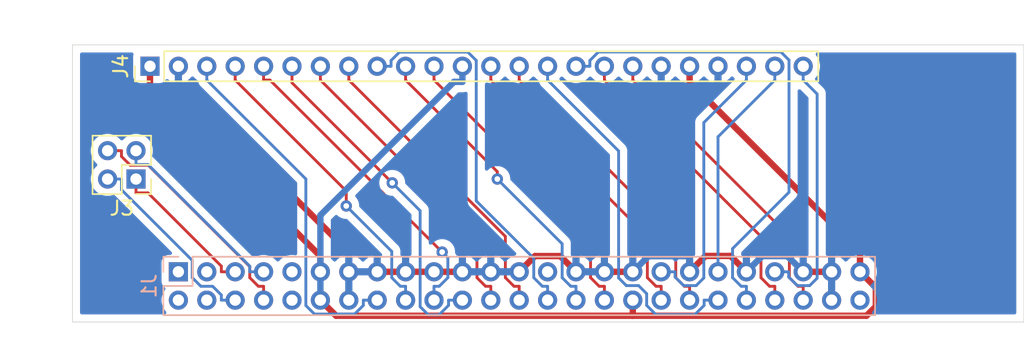
<source format=kicad_pcb>
(kicad_pcb (version 20171130) (host pcbnew "(5.1.5)-3")

  (general
    (thickness 1.6)
    (drawings 4)
    (tracks 220)
    (zones 0)
    (modules 3)
    (nets 25)
  )

  (page A4)
  (layers
    (0 F.Cu signal)
    (31 B.Cu signal)
    (32 B.Adhes user)
    (33 F.Adhes user)
    (34 B.Paste user)
    (35 F.Paste user)
    (36 B.SilkS user)
    (37 F.SilkS user)
    (38 B.Mask user)
    (39 F.Mask user)
    (40 Dwgs.User user)
    (41 Cmts.User user)
    (42 Eco1.User user)
    (43 Eco2.User user)
    (44 Edge.Cuts user)
    (45 Margin user)
    (46 B.CrtYd user)
    (47 F.CrtYd user)
    (48 B.Fab user)
    (49 F.Fab user)
  )

  (setup
    (last_trace_width 0.2)
    (user_trace_width 0.2)
    (trace_clearance 0.2)
    (zone_clearance 0.508)
    (zone_45_only no)
    (trace_min 0.2)
    (via_size 0.8)
    (via_drill 0.4)
    (via_min_size 0.4)
    (via_min_drill 0.3)
    (uvia_size 0.3)
    (uvia_drill 0.1)
    (uvias_allowed no)
    (uvia_min_size 0.2)
    (uvia_min_drill 0.1)
    (edge_width 0.05)
    (segment_width 0.2)
    (pcb_text_width 0.3)
    (pcb_text_size 1.5 1.5)
    (mod_edge_width 0.12)
    (mod_text_size 1 1)
    (mod_text_width 0.15)
    (pad_size 1.524 1.524)
    (pad_drill 0.86)
    (pad_to_mask_clearance 0.051)
    (solder_mask_min_width 0.25)
    (aux_axis_origin 0 0)
    (visible_elements 7FFFFFFF)
    (pcbplotparams
      (layerselection 0x010fc_ffffffff)
      (usegerberextensions false)
      (usegerberattributes false)
      (usegerberadvancedattributes false)
      (creategerberjobfile false)
      (excludeedgelayer true)
      (linewidth 0.100000)
      (plotframeref false)
      (viasonmask false)
      (mode 1)
      (useauxorigin false)
      (hpglpennumber 1)
      (hpglpenspeed 20)
      (hpglpendiameter 15.000000)
      (psnegative false)
      (psa4output false)
      (plotreference true)
      (plotvalue true)
      (plotinvisibletext false)
      (padsonsilk false)
      (subtractmaskfromsilk false)
      (outputformat 1)
      (mirror false)
      (drillshape 0)
      (scaleselection 1)
      (outputdirectory "gerber/"))
  )

  (net 0 "")
  (net 1 5V)
  (net 2 GND)
  (net 3 _REQ)
  (net 4 _I_O)
  (net 5 _C_D)
  (net 6 _SEL)
  (net 7 _RST)
  (net 8 _MSG)
  (net 9 _ACK)
  (net 10 _ATN)
  (net 11 _BSY)
  (net 12 _DBP)
  (net 13 _DB7)
  (net 14 _DB6)
  (net 15 _DB5)
  (net 16 _DB4)
  (net 17 _DB3)
  (net 18 _DB2)
  (net 19 _DB1)
  (net 20 _DB0)
  (net 21 LED)
  (net 22 ID2)
  (net 23 ID1)
  (net 24 ID0)

  (net_class Default "This is the default net class."
    (clearance 0.2)
    (trace_width 0.2)
    (via_dia 0.8)
    (via_drill 0.4)
    (uvia_dia 0.3)
    (uvia_drill 0.1)
    (add_net ID0)
    (add_net ID1)
    (add_net ID2)
    (add_net LED)
    (add_net _ACK)
    (add_net _ATN)
    (add_net _BSY)
    (add_net _C_D)
    (add_net _DB0)
    (add_net _DB1)
    (add_net _DB2)
    (add_net _DB3)
    (add_net _DB4)
    (add_net _DB5)
    (add_net _DB6)
    (add_net _DB7)
    (add_net _DBP)
    (add_net _I_O)
    (add_net _MSG)
    (add_net _REQ)
    (add_net _RST)
    (add_net _SEL)
  )

  (net_class 5V ""
    (clearance 0.2)
    (trace_width 0.45)
    (via_dia 0.8)
    (via_drill 0.4)
    (uvia_dia 0.3)
    (uvia_drill 0.1)
    (add_net 5V)
    (add_net GND)
  )

  (net_class Power ""
    (clearance 0.25)
    (trace_width 1)
    (via_dia 1.6)
    (via_drill 0.8)
    (uvia_dia 0.3)
    (uvia_drill 0.1)
  )

  (module Connector_PinHeader_2.00mm:PinHeader_1x24_P2.00mm_Vertical (layer F.Cu) (tedit 59FED667) (tstamp 632F6C85)
    (at 118.46 67.167 90)
    (descr "Through hole straight pin header, 1x24, 2.00mm pitch, single row")
    (tags "Through hole pin header THT 1x24 2.00mm single row")
    (path /633070FC)
    (fp_text reference J4 (at 0 -2.06 90) (layer F.SilkS)
      (effects (font (size 1 1) (thickness 0.15)))
    )
    (fp_text value Conn_01x24 (at 0 48.06 90) (layer F.Fab)
      (effects (font (size 1 1) (thickness 0.15)))
    )
    (fp_text user %R (at 0 23) (layer F.Fab)
      (effects (font (size 1 1) (thickness 0.15)))
    )
    (fp_line (start 1.5 -1.5) (end -1.5 -1.5) (layer F.CrtYd) (width 0.05))
    (fp_line (start 1.5 47.5) (end 1.5 -1.5) (layer F.CrtYd) (width 0.05))
    (fp_line (start -1.5 47.5) (end 1.5 47.5) (layer F.CrtYd) (width 0.05))
    (fp_line (start -1.5 -1.5) (end -1.5 47.5) (layer F.CrtYd) (width 0.05))
    (fp_line (start -1.06 -1.06) (end 0 -1.06) (layer F.SilkS) (width 0.12))
    (fp_line (start -1.06 0) (end -1.06 -1.06) (layer F.SilkS) (width 0.12))
    (fp_line (start -1.06 1) (end 1.06 1) (layer F.SilkS) (width 0.12))
    (fp_line (start 1.06 1) (end 1.06 47.06) (layer F.SilkS) (width 0.12))
    (fp_line (start -1.06 1) (end -1.06 47.06) (layer F.SilkS) (width 0.12))
    (fp_line (start -1.06 47.06) (end 1.06 47.06) (layer F.SilkS) (width 0.12))
    (fp_line (start -1 -0.5) (end -0.5 -1) (layer F.Fab) (width 0.1))
    (fp_line (start -1 47) (end -1 -0.5) (layer F.Fab) (width 0.1))
    (fp_line (start 1 47) (end -1 47) (layer F.Fab) (width 0.1))
    (fp_line (start 1 -1) (end 1 47) (layer F.Fab) (width 0.1))
    (fp_line (start -0.5 -1) (end 1 -1) (layer F.Fab) (width 0.1))
    (pad 24 thru_hole oval (at 0 46 90) (size 1.35 1.35) (drill 0.8) (layers *.Cu *.Mask)
      (net 4 _I_O))
    (pad 23 thru_hole oval (at 0 44 90) (size 1.35 1.35) (drill 0.8) (layers *.Cu *.Mask)
      (net 7 _RST))
    (pad 22 thru_hole oval (at 0 42 90) (size 1.35 1.35) (drill 0.8) (layers *.Cu *.Mask)
      (net 10 _ATN))
    (pad 21 thru_hole oval (at 0 40 90) (size 1.35 1.35) (drill 0.8) (layers *.Cu *.Mask)
      (net 2 GND))
    (pad 20 thru_hole oval (at 0 38 90) (size 1.35 1.35) (drill 0.8) (layers *.Cu *.Mask)
      (net 1 5V))
    (pad 19 thru_hole oval (at 0 36 90) (size 1.35 1.35) (drill 0.8) (layers *.Cu *.Mask)
      (net 2 GND))
    (pad 18 thru_hole oval (at 0 34 90) (size 1.35 1.35) (drill 0.8) (layers *.Cu *.Mask)
      (net 3 _REQ))
    (pad 17 thru_hole oval (at 0 32 90) (size 1.35 1.35) (drill 0.8) (layers *.Cu *.Mask)
      (net 5 _C_D))
    (pad 16 thru_hole oval (at 0 30 90) (size 1.35 1.35) (drill 0.8) (layers *.Cu *.Mask)
      (net 6 _SEL))
    (pad 15 thru_hole oval (at 0 28 90) (size 1.35 1.35) (drill 0.8) (layers *.Cu *.Mask)
      (net 8 _MSG))
    (pad 14 thru_hole oval (at 0 26 90) (size 1.35 1.35) (drill 0.8) (layers *.Cu *.Mask)
      (net 9 _ACK))
    (pad 13 thru_hole oval (at 0 24 90) (size 1.35 1.35) (drill 0.8) (layers *.Cu *.Mask)
      (net 11 _BSY))
    (pad 12 thru_hole oval (at 0 22 90) (size 1.35 1.35) (drill 0.8) (layers *.Cu *.Mask)
      (net 1 5V))
    (pad 11 thru_hole oval (at 0 20 90) (size 1.35 1.35) (drill 0.8) (layers *.Cu *.Mask)
      (net 12 _DBP))
    (pad 10 thru_hole oval (at 0 18 90) (size 1.35 1.35) (drill 0.8) (layers *.Cu *.Mask)
      (net 13 _DB7))
    (pad 9 thru_hole oval (at 0 16 90) (size 1.35 1.35) (drill 0.8) (layers *.Cu *.Mask)
      (net 14 _DB6))
    (pad 8 thru_hole oval (at 0 14 90) (size 1.35 1.35) (drill 0.8) (layers *.Cu *.Mask)
      (net 15 _DB5))
    (pad 7 thru_hole oval (at 0 12 90) (size 1.35 1.35) (drill 0.8) (layers *.Cu *.Mask)
      (net 16 _DB4))
    (pad 6 thru_hole oval (at 0 10 90) (size 1.35 1.35) (drill 0.8) (layers *.Cu *.Mask)
      (net 17 _DB3))
    (pad 5 thru_hole oval (at 0 8 90) (size 1.35 1.35) (drill 0.8) (layers *.Cu *.Mask)
      (net 18 _DB2))
    (pad 4 thru_hole oval (at 0 6 90) (size 1.35 1.35) (drill 0.8) (layers *.Cu *.Mask)
      (net 19 _DB1))
    (pad 3 thru_hole oval (at 0 4 90) (size 1.35 1.35) (drill 0.8) (layers *.Cu *.Mask)
      (net 20 _DB0))
    (pad 2 thru_hole oval (at 0 2 90) (size 1.35 1.35) (drill 0.8) (layers *.Cu *.Mask)
      (net 2 GND))
    (pad 1 thru_hole rect (at 0 0 90) (size 1.35 1.35) (drill 0.8) (layers *.Cu *.Mask)
      (net 1 5V))
    (model ${KISYS3DMOD}/Connector_PinHeader_2.00mm.3dshapes/PinHeader_1x24_P2.00mm_Vertical.wrl
      (at (xyz 0 0 0))
      (scale (xyz 1 1 1))
      (rotate (xyz 0 0 0))
    )
  )

  (module Connector_PinHeader_2.00mm:PinHeader_2x02_P2.00mm_Vertical (layer F.Cu) (tedit 59FED667) (tstamp 6331EA5A)
    (at 117.475 75.1205 180)
    (descr "Through hole straight pin header, 2x02, 2.00mm pitch, double rows")
    (tags "Through hole pin header THT 2x02 2.00mm double row")
    (path /632FBE33)
    (fp_text reference J3 (at 1 -2.06) (layer F.SilkS)
      (effects (font (size 1 1) (thickness 0.15)))
    )
    (fp_text value Conn_02x02_Odd_Even (at 1 4.06) (layer F.Fab)
      (effects (font (size 1 1) (thickness 0.15)))
    )
    (fp_text user %R (at 1 1 90) (layer F.Fab)
      (effects (font (size 1 1) (thickness 0.15)))
    )
    (fp_line (start 3.5 -1.5) (end -1.5 -1.5) (layer F.CrtYd) (width 0.05))
    (fp_line (start 3.5 3.5) (end 3.5 -1.5) (layer F.CrtYd) (width 0.05))
    (fp_line (start -1.5 3.5) (end 3.5 3.5) (layer F.CrtYd) (width 0.05))
    (fp_line (start -1.5 -1.5) (end -1.5 3.5) (layer F.CrtYd) (width 0.05))
    (fp_line (start -1.06 -1.06) (end 0 -1.06) (layer F.SilkS) (width 0.12))
    (fp_line (start -1.06 0) (end -1.06 -1.06) (layer F.SilkS) (width 0.12))
    (fp_line (start 1 -1.06) (end 3.06 -1.06) (layer F.SilkS) (width 0.12))
    (fp_line (start 1 1) (end 1 -1.06) (layer F.SilkS) (width 0.12))
    (fp_line (start -1.06 1) (end 1 1) (layer F.SilkS) (width 0.12))
    (fp_line (start 3.06 -1.06) (end 3.06 3.06) (layer F.SilkS) (width 0.12))
    (fp_line (start -1.06 1) (end -1.06 3.06) (layer F.SilkS) (width 0.12))
    (fp_line (start -1.06 3.06) (end 3.06 3.06) (layer F.SilkS) (width 0.12))
    (fp_line (start -1 0) (end 0 -1) (layer F.Fab) (width 0.1))
    (fp_line (start -1 3) (end -1 0) (layer F.Fab) (width 0.1))
    (fp_line (start 3 3) (end -1 3) (layer F.Fab) (width 0.1))
    (fp_line (start 3 -1) (end 3 3) (layer F.Fab) (width 0.1))
    (fp_line (start 0 -1) (end 3 -1) (layer F.Fab) (width 0.1))
    (pad 4 thru_hole oval (at 2 2 180) (size 1.35 1.35) (drill 0.8) (layers *.Cu *.Mask)
      (net 21 LED))
    (pad 3 thru_hole oval (at 0 2 180) (size 1.35 1.35) (drill 0.8) (layers *.Cu *.Mask)
      (net 22 ID2))
    (pad 2 thru_hole oval (at 2 0 180) (size 1.35 1.35) (drill 0.8) (layers *.Cu *.Mask)
      (net 23 ID1))
    (pad 1 thru_hole rect (at 0 0 180) (size 1.35 1.35) (drill 0.8) (layers *.Cu *.Mask)
      (net 24 ID0))
    (model ${KISYS3DMOD}/Connector_PinHeader_2.00mm.3dshapes/PinHeader_2x02_P2.00mm_Vertical.wrl
      (at (xyz 0 0 0))
      (scale (xyz 1 1 1))
      (rotate (xyz 0 0 0))
    )
  )

  (module Connector_PinHeader_2.00mm:PinHeader_2x25_P2.00mm_Vertical (layer B.Cu) (tedit 59FED667) (tstamp 632F6192)
    (at 120.46 81.661 270)
    (descr "Through hole straight pin header, 2x25, 2.00mm pitch, double rows")
    (tags "Through hole pin header THT 2x25 2.00mm double row")
    (path /632FCD5A)
    (fp_text reference J1 (at 1 2.06 270) (layer B.SilkS)
      (effects (font (size 1 1) (thickness 0.15)) (justify mirror))
    )
    (fp_text value Conn_02x25 (at 1 -50.06 270) (layer B.Fab)
      (effects (font (size 1 1) (thickness 0.15)) (justify mirror))
    )
    (fp_text user %R (at 1 -24) (layer B.Fab)
      (effects (font (size 1 1) (thickness 0.15)) (justify mirror))
    )
    (fp_line (start 3.5 1.5) (end -1.5 1.5) (layer B.CrtYd) (width 0.05))
    (fp_line (start 3.5 -49.5) (end 3.5 1.5) (layer B.CrtYd) (width 0.05))
    (fp_line (start -1.5 -49.5) (end 3.5 -49.5) (layer B.CrtYd) (width 0.05))
    (fp_line (start -1.5 1.5) (end -1.5 -49.5) (layer B.CrtYd) (width 0.05))
    (fp_line (start -1.06 1.06) (end 0 1.06) (layer B.SilkS) (width 0.12))
    (fp_line (start -1.06 0) (end -1.06 1.06) (layer B.SilkS) (width 0.12))
    (fp_line (start 1 1.06) (end 3.06 1.06) (layer B.SilkS) (width 0.12))
    (fp_line (start 1 -1) (end 1 1.06) (layer B.SilkS) (width 0.12))
    (fp_line (start -1.06 -1) (end 1 -1) (layer B.SilkS) (width 0.12))
    (fp_line (start 3.06 1.06) (end 3.06 -49.06) (layer B.SilkS) (width 0.12))
    (fp_line (start -1.06 -1) (end -1.06 -49.06) (layer B.SilkS) (width 0.12))
    (fp_line (start -1.06 -49.06) (end 3.06 -49.06) (layer B.SilkS) (width 0.12))
    (fp_line (start -1 0) (end 0 1) (layer B.Fab) (width 0.1))
    (fp_line (start -1 -49) (end -1 0) (layer B.Fab) (width 0.1))
    (fp_line (start 3 -49) (end -1 -49) (layer B.Fab) (width 0.1))
    (fp_line (start 3 1) (end 3 -49) (layer B.Fab) (width 0.1))
    (fp_line (start 0 1) (end 3 1) (layer B.Fab) (width 0.1))
    (pad 50 thru_hole oval (at 2 -48 270) (size 1.35 1.35) (drill 0.8) (layers *.Cu *.Mask))
    (pad 49 thru_hole oval (at 0 -48 270) (size 1.35 1.35) (drill 0.8) (layers *.Cu *.Mask)
      (net 1 5V))
    (pad 48 thru_hole oval (at 2 -46 270) (size 1.35 1.35) (drill 0.8) (layers *.Cu *.Mask)
      (net 2 GND))
    (pad 47 thru_hole oval (at 0 -46 270) (size 1.35 1.35) (drill 0.8) (layers *.Cu *.Mask)
      (net 2 GND))
    (pad 46 thru_hole oval (at 2 -44 270) (size 1.35 1.35) (drill 0.8) (layers *.Cu *.Mask)
      (net 3 _REQ))
    (pad 45 thru_hole oval (at 0 -44 270) (size 1.35 1.35) (drill 0.8) (layers *.Cu *.Mask)
      (net 2 GND))
    (pad 44 thru_hole oval (at 2 -42 270) (size 1.35 1.35) (drill 0.8) (layers *.Cu *.Mask)
      (net 5 _C_D))
    (pad 43 thru_hole oval (at 0 -42 270) (size 1.35 1.35) (drill 0.8) (layers *.Cu *.Mask)
      (net 4 _I_O))
    (pad 42 thru_hole oval (at 2 -40 270) (size 1.35 1.35) (drill 0.8) (layers *.Cu *.Mask)
      (net 6 _SEL))
    (pad 41 thru_hole oval (at 0 -40 270) (size 1.35 1.35) (drill 0.8) (layers *.Cu *.Mask)
      (net 2 GND))
    (pad 40 thru_hole oval (at 2 -38 270) (size 1.35 1.35) (drill 0.8) (layers *.Cu *.Mask)
      (net 8 _MSG))
    (pad 39 thru_hole oval (at 0 -38 270) (size 1.35 1.35) (drill 0.8) (layers *.Cu *.Mask)
      (net 7 _RST))
    (pad 38 thru_hole oval (at 2 -36 270) (size 1.35 1.35) (drill 0.8) (layers *.Cu *.Mask)
      (net 9 _ACK))
    (pad 37 thru_hole oval (at 0 -36 270) (size 1.35 1.35) (drill 0.8) (layers *.Cu *.Mask)
      (net 2 GND))
    (pad 36 thru_hole oval (at 2 -34 270) (size 1.35 1.35) (drill 0.8) (layers *.Cu *.Mask)
      (net 11 _BSY))
    (pad 35 thru_hole oval (at 0 -34 270) (size 1.35 1.35) (drill 0.8) (layers *.Cu *.Mask)
      (net 10 _ATN))
    (pad 34 thru_hole oval (at 2 -32 270) (size 1.35 1.35) (drill 0.8) (layers *.Cu *.Mask)
      (net 1 5V))
    (pad 33 thru_hole oval (at 0 -32 270) (size 1.35 1.35) (drill 0.8) (layers *.Cu *.Mask)
      (net 2 GND))
    (pad 32 thru_hole oval (at 2 -30 270) (size 1.35 1.35) (drill 0.8) (layers *.Cu *.Mask)
      (net 12 _DBP))
    (pad 31 thru_hole oval (at 0 -30 270) (size 1.35 1.35) (drill 0.8) (layers *.Cu *.Mask)
      (net 2 GND))
    (pad 30 thru_hole oval (at 2 -28 270) (size 1.35 1.35) (drill 0.8) (layers *.Cu *.Mask)
      (net 13 _DB7))
    (pad 29 thru_hole oval (at 0 -28 270) (size 1.35 1.35) (drill 0.8) (layers *.Cu *.Mask)
      (net 2 GND))
    (pad 28 thru_hole oval (at 2 -26 270) (size 1.35 1.35) (drill 0.8) (layers *.Cu *.Mask)
      (net 14 _DB6))
    (pad 27 thru_hole oval (at 0 -26 270) (size 1.35 1.35) (drill 0.8) (layers *.Cu *.Mask))
    (pad 26 thru_hole oval (at 2 -24 270) (size 1.35 1.35) (drill 0.8) (layers *.Cu *.Mask)
      (net 15 _DB5))
    (pad 25 thru_hole oval (at 0 -24 270) (size 1.35 1.35) (drill 0.8) (layers *.Cu *.Mask)
      (net 2 GND))
    (pad 24 thru_hole oval (at 2 -22 270) (size 1.35 1.35) (drill 0.8) (layers *.Cu *.Mask)
      (net 16 _DB4))
    (pad 23 thru_hole oval (at 0 -22 270) (size 1.35 1.35) (drill 0.8) (layers *.Cu *.Mask)
      (net 2 GND))
    (pad 22 thru_hole oval (at 2 -20 270) (size 1.35 1.35) (drill 0.8) (layers *.Cu *.Mask)
      (net 17 _DB3))
    (pad 21 thru_hole oval (at 0 -20 270) (size 1.35 1.35) (drill 0.8) (layers *.Cu *.Mask)
      (net 2 GND))
    (pad 20 thru_hole oval (at 2 -18 270) (size 1.35 1.35) (drill 0.8) (layers *.Cu *.Mask)
      (net 18 _DB2))
    (pad 19 thru_hole oval (at 0 -18 270) (size 1.35 1.35) (drill 0.8) (layers *.Cu *.Mask)
      (net 2 GND))
    (pad 18 thru_hole oval (at 2 -16 270) (size 1.35 1.35) (drill 0.8) (layers *.Cu *.Mask)
      (net 19 _DB1))
    (pad 17 thru_hole oval (at 0 -16 270) (size 1.35 1.35) (drill 0.8) (layers *.Cu *.Mask)
      (net 2 GND))
    (pad 16 thru_hole oval (at 2 -14 270) (size 1.35 1.35) (drill 0.8) (layers *.Cu *.Mask)
      (net 20 _DB0))
    (pad 15 thru_hole oval (at 0 -14 270) (size 1.35 1.35) (drill 0.8) (layers *.Cu *.Mask)
      (net 2 GND))
    (pad 14 thru_hole oval (at 2 -12 270) (size 1.35 1.35) (drill 0.8) (layers *.Cu *.Mask)
      (net 2 GND))
    (pad 13 thru_hole oval (at 0 -12 270) (size 1.35 1.35) (drill 0.8) (layers *.Cu *.Mask)
      (net 2 GND))
    (pad 12 thru_hole oval (at 2 -10 270) (size 1.35 1.35) (drill 0.8) (layers *.Cu *.Mask)
      (net 1 5V))
    (pad 11 thru_hole oval (at 0 -10 270) (size 1.35 1.35) (drill 0.8) (layers *.Cu *.Mask)
      (net 1 5V))
    (pad 10 thru_hole oval (at 2 -8 270) (size 1.35 1.35) (drill 0.8) (layers *.Cu *.Mask))
    (pad 9 thru_hole oval (at 0 -8 270) (size 1.35 1.35) (drill 0.8) (layers *.Cu *.Mask))
    (pad 8 thru_hole oval (at 2 -6 270) (size 1.35 1.35) (drill 0.8) (layers *.Cu *.Mask)
      (net 21 LED))
    (pad 7 thru_hole oval (at 0 -6 270) (size 1.35 1.35) (drill 0.8) (layers *.Cu *.Mask)
      (net 22 ID2))
    (pad 6 thru_hole oval (at 2 -4 270) (size 1.35 1.35) (drill 0.8) (layers *.Cu *.Mask)
      (net 23 ID1))
    (pad 5 thru_hole oval (at 0 -4 270) (size 1.35 1.35) (drill 0.8) (layers *.Cu *.Mask)
      (net 24 ID0))
    (pad 4 thru_hole oval (at 2 -2 270) (size 1.35 1.35) (drill 0.8) (layers *.Cu *.Mask))
    (pad 3 thru_hole oval (at 0 -2 270) (size 1.35 1.35) (drill 0.8) (layers *.Cu *.Mask))
    (pad 2 thru_hole oval (at 2 0 270) (size 1.35 1.35) (drill 0.8) (layers *.Cu *.Mask))
    (pad 1 thru_hole rect (at 0 0 270) (size 1.35 1.35) (drill 0.8) (layers *.Cu *.Mask))
    (model ${KISYS3DMOD}/Connector_PinHeader_2.00mm.3dshapes/PinHeader_2x25_P2.00mm_Vertical.wrl
      (at (xyz 0 0 0))
      (scale (xyz 1 1 1))
      (rotate (xyz 0 0 0))
    )
  )

  (gr_line (start 113 85.2) (end 113 65.66) (layer Edge.Cuts) (width 0.05))
  (gr_line (start 180 85.2) (end 113 85.2) (layer Edge.Cuts) (width 0.05))
  (gr_line (start 180 65.66) (end 180 85.2) (layer Edge.Cuts) (width 0.05))
  (gr_line (start 113 65.66) (end 180 65.66) (layer Edge.Cuts) (width 0.05))

  (segment (start 140.46 68.2673) (end 139.867 68.2673) (width 0.45) (layer B.Cu) (net 1))
  (segment (start 139.867 68.2673) (end 130.46 77.6743) (width 0.45) (layer B.Cu) (net 1))
  (segment (start 130.46 77.6743) (end 130.46 81.661) (width 0.45) (layer B.Cu) (net 1))
  (segment (start 140.46 67.167) (end 140.46 68.2673) (width 0.45) (layer B.Cu) (net 1))
  (segment (start 130.46 83.661) (end 130.46 81.661) (width 0.45) (layer B.Cu) (net 1))
  (segment (start 152.46 84.7613) (end 168.9173 84.7613) (width 0.45) (layer F.Cu) (net 1))
  (segment (start 168.9173 84.7613) (end 169.5744 84.1042) (width 0.45) (layer F.Cu) (net 1))
  (segment (start 169.5744 84.1042) (end 169.5744 82.7754) (width 0.45) (layer F.Cu) (net 1))
  (segment (start 169.5744 82.7754) (end 168.46 81.661) (width 0.45) (layer F.Cu) (net 1))
  (segment (start 130.46 83.661) (end 131.5603 84.7613) (width 0.45) (layer F.Cu) (net 1))
  (segment (start 131.5603 84.7613) (end 152.46 84.7613) (width 0.45) (layer F.Cu) (net 1))
  (segment (start 152.46 83.661) (end 152.46 84.7613) (width 0.45) (layer F.Cu) (net 1))
  (segment (start 130.46 81.661) (end 130.46 80.5607) (width 0.45) (layer F.Cu) (net 1))
  (segment (start 130.46 80.5607) (end 118.46 68.5607) (width 0.45) (layer F.Cu) (net 1))
  (segment (start 118.46 68.5607) (end 118.46 67.167) (width 0.45) (layer F.Cu) (net 1))
  (segment (start 156.46 67.167) (end 156.46 68.2673) (width 0.45) (layer F.Cu) (net 1))
  (segment (start 168.46 81.661) (end 168.46 80.2673) (width 0.45) (layer F.Cu) (net 1))
  (segment (start 168.46 80.2673) (end 156.46 68.2673) (width 0.45) (layer F.Cu) (net 1))
  (segment (start 156.46 81.661) (end 157.578 80.543) (width 0.45) (layer F.Cu) (net 2))
  (segment (start 157.578 80.543) (end 159.342 80.543) (width 0.45) (layer F.Cu) (net 2))
  (segment (start 159.342 80.543) (end 160.46 81.661) (width 0.45) (layer F.Cu) (net 2))
  (segment (start 164.46 81.661) (end 163.3541 80.5551) (width 0.45) (layer B.Cu) (net 2))
  (segment (start 163.3541 80.5551) (end 161.5659 80.5551) (width 0.45) (layer B.Cu) (net 2))
  (segment (start 161.5659 80.5551) (end 160.46 81.661) (width 0.45) (layer B.Cu) (net 2))
  (segment (start 156.46 70.2673) (end 158.46 68.2673) (width 0.45) (layer B.Cu) (net 2))
  (segment (start 156.46 80.5607) (end 156.46 70.2673) (width 0.45) (layer B.Cu) (net 2))
  (segment (start 154.46 68.2673) (end 156.46 70.2673) (width 0.45) (layer B.Cu) (net 2))
  (segment (start 154.46 67.167) (end 154.46 68.2673) (width 0.45) (layer B.Cu) (net 2))
  (segment (start 158.46 67.167) (end 158.46 68.2673) (width 0.45) (layer B.Cu) (net 2))
  (segment (start 156.46 80.7233) (end 156.46 80.5607) (width 0.45) (layer B.Cu) (net 2))
  (segment (start 156.46 81.661) (end 156.46 80.7233) (width 0.45) (layer B.Cu) (net 2))
  (segment (start 156.46 80.5607) (end 153.5603 80.5607) (width 0.45) (layer B.Cu) (net 2))
  (segment (start 153.5603 80.5607) (end 152.46 81.661) (width 0.45) (layer B.Cu) (net 2))
  (segment (start 164.46 81.661) (end 165.3597 81.661) (width 0.45) (layer F.Cu) (net 2))
  (segment (start 166.46 81.661) (end 165.3597 81.661) (width 0.45) (layer F.Cu) (net 2))
  (segment (start 144.46 81.661) (end 145.5686 80.5524) (width 0.45) (layer F.Cu) (net 2))
  (segment (start 145.5686 80.5524) (end 147.3514 80.5524) (width 0.45) (layer F.Cu) (net 2))
  (segment (start 147.3514 80.5524) (end 148.46 81.661) (width 0.45) (layer F.Cu) (net 2))
  (segment (start 132.46 81.661) (end 133.3597 81.661) (width 0.45) (layer F.Cu) (net 2))
  (segment (start 134.46 81.661) (end 133.3597 81.661) (width 0.45) (layer F.Cu) (net 2))
  (segment (start 132.46 81.661) (end 132.46 80.2673) (width 0.45) (layer F.Cu) (net 2))
  (segment (start 132.46 80.2673) (end 120.46 68.2673) (width 0.45) (layer F.Cu) (net 2))
  (segment (start 120.46 67.167) (end 120.46 68.2673) (width 0.45) (layer F.Cu) (net 2))
  (segment (start 132.46 81.661) (end 132.46 83.661) (width 0.45) (layer F.Cu) (net 2))
  (segment (start 134.46 81.661) (end 136.46 81.661) (width 0.45) (layer F.Cu) (net 2))
  (segment (start 166.46 81.661) (end 166.46 83.661) (width 0.45) (layer B.Cu) (net 2))
  (segment (start 150.46 81.661) (end 152.46 81.661) (width 0.45) (layer F.Cu) (net 2))
  (segment (start 148.46 81.661) (end 150.46 81.661) (width 0.45) (layer B.Cu) (net 2))
  (segment (start 142.46 81.661) (end 144.46 81.661) (width 0.45) (layer B.Cu) (net 2))
  (segment (start 140.46 81.661) (end 142.46 81.661) (width 0.45) (layer B.Cu) (net 2))
  (segment (start 138.46 81.661) (end 140.46 81.661) (width 0.45) (layer F.Cu) (net 2))
  (segment (start 136.46 81.661) (end 138.46 81.661) (width 0.45) (layer F.Cu) (net 2))
  (segment (start 152.46 67.167) (end 152.46 68.1423) (width 0.2) (layer F.Cu) (net 3))
  (segment (start 164.46 83.661) (end 164.46 82.6857) (width 0.2) (layer F.Cu) (net 3))
  (segment (start 164.46 82.6857) (end 164.0942 82.6857) (width 0.2) (layer F.Cu) (net 3))
  (segment (start 164.0942 82.6857) (end 163.4847 82.0762) (width 0.2) (layer F.Cu) (net 3))
  (segment (start 163.4847 82.0762) (end 163.4847 79.167) (width 0.2) (layer F.Cu) (net 3))
  (segment (start 163.4847 79.167) (end 152.46 68.1423) (width 0.2) (layer F.Cu) (net 3))
  (segment (start 164.46 67.167) (end 164.46 68.1423) (width 0.2) (layer B.Cu) (net 4))
  (segment (start 162.46 81.661) (end 163.4353 81.661) (width 0.2) (layer B.Cu) (net 4))
  (segment (start 163.4353 81.661) (end 163.4353 82.0267) (width 0.2) (layer B.Cu) (net 4))
  (segment (start 163.4353 82.0267) (end 164.045 82.6364) (width 0.2) (layer B.Cu) (net 4))
  (segment (start 164.045 82.6364) (end 164.9175 82.6364) (width 0.2) (layer B.Cu) (net 4))
  (segment (start 164.9175 82.6364) (end 165.4413 82.1126) (width 0.2) (layer B.Cu) (net 4))
  (segment (start 165.4413 82.1126) (end 165.4413 69.1236) (width 0.2) (layer B.Cu) (net 4))
  (segment (start 165.4413 69.1236) (end 164.46 68.1423) (width 0.2) (layer B.Cu) (net 4))
  (segment (start 150.46 67.167) (end 150.46 68.1423) (width 0.2) (layer F.Cu) (net 5))
  (segment (start 162.46 83.661) (end 162.46 82.6857) (width 0.2) (layer F.Cu) (net 5))
  (segment (start 162.46 82.6857) (end 162.0942 82.6857) (width 0.2) (layer F.Cu) (net 5))
  (segment (start 162.0942 82.6857) (end 161.4847 82.0762) (width 0.2) (layer F.Cu) (net 5))
  (segment (start 161.4847 82.0762) (end 161.4847 79.167) (width 0.2) (layer F.Cu) (net 5))
  (segment (start 161.4847 79.167) (end 150.46 68.1423) (width 0.2) (layer F.Cu) (net 5))
  (segment (start 148.46 67.167) (end 149.4353 67.167) (width 0.2) (layer B.Cu) (net 6))
  (segment (start 160.46 83.661) (end 160.46 82.6857) (width 0.2) (layer B.Cu) (net 6))
  (segment (start 160.46 82.6857) (end 160.0943 82.6857) (width 0.2) (layer B.Cu) (net 6))
  (segment (start 160.0943 82.6857) (end 159.4846 82.076) (width 0.2) (layer B.Cu) (net 6))
  (segment (start 159.4846 82.076) (end 159.4846 80.0297) (width 0.2) (layer B.Cu) (net 6))
  (segment (start 159.4846 80.0297) (end 163.46 76.0543) (width 0.2) (layer B.Cu) (net 6))
  (segment (start 163.46 76.0543) (end 163.46 66.731) (width 0.2) (layer B.Cu) (net 6))
  (segment (start 163.46 66.731) (end 162.8895 66.1605) (width 0.2) (layer B.Cu) (net 6))
  (segment (start 162.8895 66.1605) (end 150.0376 66.1605) (width 0.2) (layer B.Cu) (net 6))
  (segment (start 150.0376 66.1605) (end 149.4353 66.7628) (width 0.2) (layer B.Cu) (net 6))
  (segment (start 149.4353 66.7628) (end 149.4353 67.167) (width 0.2) (layer B.Cu) (net 6))
  (segment (start 162.46 67.167) (end 162.46 68.1423) (width 0.2) (layer B.Cu) (net 7))
  (segment (start 158.46 81.661) (end 158.46 72.1423) (width 0.2) (layer B.Cu) (net 7))
  (segment (start 158.46 72.1423) (end 162.46 68.1423) (width 0.2) (layer B.Cu) (net 7))
  (segment (start 146.46 67.167) (end 146.46 68.1423) (width 0.2) (layer B.Cu) (net 8))
  (segment (start 158.46 83.661) (end 157.4847 83.661) (width 0.2) (layer B.Cu) (net 8))
  (segment (start 157.4847 83.661) (end 157.4847 84.0267) (width 0.2) (layer B.Cu) (net 8))
  (segment (start 157.4847 84.0267) (end 156.83 84.6814) (width 0.2) (layer B.Cu) (net 8))
  (segment (start 156.83 84.6814) (end 154.0885 84.6814) (width 0.2) (layer B.Cu) (net 8))
  (segment (start 154.0885 84.6814) (end 153.4354 84.0283) (width 0.2) (layer B.Cu) (net 8))
  (segment (start 153.4354 84.0283) (end 153.4354 83.2035) (width 0.2) (layer B.Cu) (net 8))
  (segment (start 153.4354 83.2035) (end 152.8683 82.6364) (width 0.2) (layer B.Cu) (net 8))
  (segment (start 152.8683 82.6364) (end 152.0025 82.6364) (width 0.2) (layer B.Cu) (net 8))
  (segment (start 152.0025 82.6364) (end 151.46 82.0939) (width 0.2) (layer B.Cu) (net 8))
  (segment (start 151.46 82.0939) (end 151.46 73.1423) (width 0.2) (layer B.Cu) (net 8))
  (segment (start 151.46 73.1423) (end 146.46 68.1423) (width 0.2) (layer B.Cu) (net 8))
  (segment (start 144.46 67.167) (end 144.46 68.1423) (width 0.2) (layer F.Cu) (net 9))
  (segment (start 156.46 83.661) (end 156.46 82.6857) (width 0.2) (layer F.Cu) (net 9))
  (segment (start 156.46 82.6857) (end 156.0942 82.6857) (width 0.2) (layer F.Cu) (net 9))
  (segment (start 156.0942 82.6857) (end 155.4847 82.0762) (width 0.2) (layer F.Cu) (net 9))
  (segment (start 155.4847 82.0762) (end 155.4847 79.167) (width 0.2) (layer F.Cu) (net 9))
  (segment (start 155.4847 79.167) (end 144.46 68.1423) (width 0.2) (layer F.Cu) (net 9))
  (segment (start 155.4353 81.661) (end 155.4353 82.0267) (width 0.2) (layer B.Cu) (net 10))
  (segment (start 155.4353 82.0267) (end 156.045 82.6364) (width 0.2) (layer B.Cu) (net 10))
  (segment (start 156.045 82.6364) (end 156.9175 82.6364) (width 0.2) (layer B.Cu) (net 10))
  (segment (start 156.9175 82.6364) (end 157.46 82.0939) (width 0.2) (layer B.Cu) (net 10))
  (segment (start 157.46 82.0939) (end 157.46 71.1423) (width 0.2) (layer B.Cu) (net 10))
  (segment (start 157.46 71.1423) (end 160.46 68.1423) (width 0.2) (layer B.Cu) (net 10))
  (segment (start 160.46 67.167) (end 160.46 68.1423) (width 0.2) (layer B.Cu) (net 10))
  (segment (start 154.46 81.661) (end 155.4353 81.661) (width 0.2) (layer B.Cu) (net 10))
  (segment (start 142.46 67.167) (end 142.46 68.1423) (width 0.2) (layer F.Cu) (net 11))
  (segment (start 154.46 83.661) (end 154.46 82.6857) (width 0.2) (layer F.Cu) (net 11))
  (segment (start 154.46 82.6857) (end 154.0942 82.6857) (width 0.2) (layer F.Cu) (net 11))
  (segment (start 154.0942 82.6857) (end 153.4847 82.0762) (width 0.2) (layer F.Cu) (net 11))
  (segment (start 153.4847 82.0762) (end 153.4847 79.167) (width 0.2) (layer F.Cu) (net 11))
  (segment (start 153.4847 79.167) (end 142.46 68.1423) (width 0.2) (layer F.Cu) (net 11))
  (segment (start 138.46 67.167) (end 138.46 68.1423) (width 0.2) (layer F.Cu) (net 12))
  (segment (start 150.46 83.661) (end 150.46 82.6857) (width 0.2) (layer F.Cu) (net 12))
  (segment (start 150.46 82.6857) (end 150.0942 82.6857) (width 0.2) (layer F.Cu) (net 12))
  (segment (start 150.0942 82.6857) (end 149.4847 82.0762) (width 0.2) (layer F.Cu) (net 12))
  (segment (start 149.4847 82.0762) (end 149.4847 79.167) (width 0.2) (layer F.Cu) (net 12))
  (segment (start 149.4847 79.167) (end 138.46 68.1423) (width 0.2) (layer F.Cu) (net 12))
  (segment (start 148.46 83.661) (end 148.46 82.6857) (width 0.2) (layer B.Cu) (net 13))
  (segment (start 136.46 67.167) (end 136.46 68.1423) (width 0.2) (layer F.Cu) (net 13))
  (segment (start 142.9182 75.1199) (end 142.9182 74.6005) (width 0.2) (layer F.Cu) (net 13))
  (segment (start 142.9182 74.6005) (end 136.46 68.1423) (width 0.2) (layer F.Cu) (net 13))
  (segment (start 148.46 82.6857) (end 148.0942 82.6857) (width 0.2) (layer B.Cu) (net 13))
  (segment (start 148.0942 82.6857) (end 147.4847 82.0762) (width 0.2) (layer B.Cu) (net 13))
  (segment (start 147.4847 82.0762) (end 147.4847 79.6864) (width 0.2) (layer B.Cu) (net 13))
  (segment (start 147.4847 79.6864) (end 142.9182 75.1199) (width 0.2) (layer B.Cu) (net 13))
  (via (at 142.9182 75.1199) (size 0.8) (layers F.Cu B.Cu) (net 13))
  (segment (start 134.46 67.167) (end 135.4353 67.167) (width 0.2) (layer B.Cu) (net 14))
  (segment (start 146.46 83.661) (end 146.46 82.6857) (width 0.2) (layer B.Cu) (net 14))
  (segment (start 146.46 82.6857) (end 146.0942 82.6857) (width 0.2) (layer B.Cu) (net 14))
  (segment (start 146.0942 82.6857) (end 145.4847 82.0762) (width 0.2) (layer B.Cu) (net 14))
  (segment (start 145.4847 82.0762) (end 145.4847 80.7102) (width 0.2) (layer B.Cu) (net 14))
  (segment (start 145.4847 80.7102) (end 141.4354 76.6609) (width 0.2) (layer B.Cu) (net 14))
  (segment (start 141.4354 76.6609) (end 141.4354 66.7616) (width 0.2) (layer B.Cu) (net 14))
  (segment (start 141.4354 66.7616) (end 140.842 66.1682) (width 0.2) (layer B.Cu) (net 14))
  (segment (start 140.842 66.1682) (end 136.0299 66.1682) (width 0.2) (layer B.Cu) (net 14))
  (segment (start 136.0299 66.1682) (end 135.4353 66.7628) (width 0.2) (layer B.Cu) (net 14))
  (segment (start 135.4353 66.7628) (end 135.4353 67.167) (width 0.2) (layer B.Cu) (net 14))
  (segment (start 132.46 67.167) (end 132.46 68.1423) (width 0.2) (layer F.Cu) (net 15))
  (segment (start 144.46 83.661) (end 144.46 82.6857) (width 0.2) (layer F.Cu) (net 15))
  (segment (start 144.46 82.6857) (end 144.0942 82.6857) (width 0.2) (layer F.Cu) (net 15))
  (segment (start 144.0942 82.6857) (end 143.4847 82.0762) (width 0.2) (layer F.Cu) (net 15))
  (segment (start 143.4847 82.0762) (end 143.4847 79.167) (width 0.2) (layer F.Cu) (net 15))
  (segment (start 143.4847 79.167) (end 132.46 68.1423) (width 0.2) (layer F.Cu) (net 15))
  (segment (start 130.46 67.167) (end 130.46 68.1423) (width 0.2) (layer F.Cu) (net 16))
  (segment (start 142.46 83.661) (end 142.46 82.6857) (width 0.2) (layer F.Cu) (net 16))
  (segment (start 142.46 82.6857) (end 142.0942 82.6857) (width 0.2) (layer F.Cu) (net 16))
  (segment (start 142.0942 82.6857) (end 141.4847 82.0762) (width 0.2) (layer F.Cu) (net 16))
  (segment (start 141.4847 82.0762) (end 141.4847 79.167) (width 0.2) (layer F.Cu) (net 16))
  (segment (start 141.4847 79.167) (end 130.46 68.1423) (width 0.2) (layer F.Cu) (net 16))
  (segment (start 140.46 83.661) (end 139.4847 83.661) (width 0.2) (layer B.Cu) (net 17))
  (segment (start 135.5183 75.3893) (end 128.46 68.331) (width 0.2) (layer F.Cu) (net 17))
  (segment (start 128.46 68.331) (end 128.46 67.167) (width 0.2) (layer F.Cu) (net 17))
  (segment (start 139.4847 83.661) (end 139.4847 84.0267) (width 0.2) (layer B.Cu) (net 17))
  (segment (start 139.4847 84.0267) (end 138.8129 84.6985) (width 0.2) (layer B.Cu) (net 17))
  (segment (start 138.8129 84.6985) (end 138.0577 84.6985) (width 0.2) (layer B.Cu) (net 17))
  (segment (start 138.0577 84.6985) (end 137.4846 84.1254) (width 0.2) (layer B.Cu) (net 17))
  (segment (start 137.4846 84.1254) (end 137.4846 77.3556) (width 0.2) (layer B.Cu) (net 17))
  (segment (start 137.4846 77.3556) (end 135.5183 75.3893) (width 0.2) (layer B.Cu) (net 17))
  (via (at 135.5183 75.3893) (size 0.8) (layers F.Cu B.Cu) (net 17))
  (segment (start 138.46 83.661) (end 138.46 82.6857) (width 0.2) (layer B.Cu) (net 18))
  (segment (start 126.46 67.167) (end 126.46 68.1423) (width 0.2) (layer F.Cu) (net 18))
  (segment (start 139.0333 80.2712) (end 126.9044 68.1423) (width 0.2) (layer F.Cu) (net 18))
  (segment (start 126.9044 68.1423) (end 126.46 68.1423) (width 0.2) (layer F.Cu) (net 18))
  (segment (start 138.46 82.6857) (end 138.8257 82.6857) (width 0.2) (layer B.Cu) (net 18))
  (segment (start 138.8257 82.6857) (end 139.4354 82.076) (width 0.2) (layer B.Cu) (net 18))
  (segment (start 139.4354 82.076) (end 139.4354 80.6733) (width 0.2) (layer B.Cu) (net 18))
  (segment (start 139.4354 80.6733) (end 139.0333 80.2712) (width 0.2) (layer B.Cu) (net 18))
  (via (at 139.0333 80.2712) (size 0.8) (layers F.Cu B.Cu) (net 18))
  (segment (start 136.46 83.661) (end 136.46 82.6857) (width 0.2) (layer B.Cu) (net 19))
  (segment (start 124.46 67.167) (end 124.46 68.1423) (width 0.2) (layer F.Cu) (net 19))
  (segment (start 132.2812 77.0202) (end 132.2812 75.9635) (width 0.2) (layer F.Cu) (net 19))
  (segment (start 132.2812 75.9635) (end 124.46 68.1423) (width 0.2) (layer F.Cu) (net 19))
  (segment (start 136.46 82.6857) (end 136.0942 82.6857) (width 0.2) (layer B.Cu) (net 19))
  (segment (start 136.0942 82.6857) (end 135.4847 82.0762) (width 0.2) (layer B.Cu) (net 19))
  (segment (start 135.4847 82.0762) (end 135.4847 80.2237) (width 0.2) (layer B.Cu) (net 19))
  (segment (start 135.4847 80.2237) (end 132.2812 77.0202) (width 0.2) (layer B.Cu) (net 19))
  (via (at 132.2812 77.0202) (size 0.8) (layers F.Cu B.Cu) (net 19))
  (segment (start 122.46 67.167) (end 122.46 68.1423) (width 0.2) (layer B.Cu) (net 20))
  (segment (start 134.46 83.661) (end 133.4847 83.661) (width 0.2) (layer B.Cu) (net 20))
  (segment (start 133.4847 83.661) (end 133.4847 84.0267) (width 0.2) (layer B.Cu) (net 20))
  (segment (start 133.4847 84.0267) (end 132.87 84.6414) (width 0.2) (layer B.Cu) (net 20))
  (segment (start 132.87 84.6414) (end 130.0389 84.6414) (width 0.2) (layer B.Cu) (net 20))
  (segment (start 130.0389 84.6414) (end 129.4354 84.0379) (width 0.2) (layer B.Cu) (net 20))
  (segment (start 129.4354 84.0379) (end 129.4354 75.1177) (width 0.2) (layer B.Cu) (net 20))
  (segment (start 129.4354 75.1177) (end 122.46 68.1423) (width 0.2) (layer B.Cu) (net 20))
  (segment (start 115.475 73.1205) (end 116.4503 73.1205) (width 0.2) (layer F.Cu) (net 21))
  (segment (start 126.46 83.661) (end 126.46 82.6857) (width 0.2) (layer F.Cu) (net 21))
  (segment (start 126.46 82.6857) (end 126.0942 82.6857) (width 0.2) (layer F.Cu) (net 21))
  (segment (start 126.0942 82.6857) (end 125.4847 82.0762) (width 0.2) (layer F.Cu) (net 21))
  (segment (start 125.4847 82.0762) (end 125.4847 81.294) (width 0.2) (layer F.Cu) (net 21))
  (segment (start 125.4847 81.294) (end 118.3358 74.1451) (width 0.2) (layer F.Cu) (net 21))
  (segment (start 118.3358 74.1451) (end 117.0707 74.1451) (width 0.2) (layer F.Cu) (net 21))
  (segment (start 117.0707 74.1451) (end 116.4503 73.5247) (width 0.2) (layer F.Cu) (net 21))
  (segment (start 116.4503 73.5247) (end 116.4503 73.1205) (width 0.2) (layer F.Cu) (net 21))
  (segment (start 117.475 73.1205) (end 117.475 74.0958) (width 0.2) (layer B.Cu) (net 22))
  (segment (start 126.46 81.661) (end 125.4847 81.661) (width 0.2) (layer B.Cu) (net 22))
  (segment (start 125.4847 81.661) (end 125.4847 81.2629) (width 0.2) (layer B.Cu) (net 22))
  (segment (start 125.4847 81.2629) (end 118.3176 74.0958) (width 0.2) (layer B.Cu) (net 22))
  (segment (start 118.3176 74.0958) (end 117.475 74.0958) (width 0.2) (layer B.Cu) (net 22))
  (segment (start 115.475 75.1205) (end 116.4503 75.1205) (width 0.2) (layer B.Cu) (net 23))
  (segment (start 124.46 83.661) (end 123.4847 83.661) (width 0.2) (layer B.Cu) (net 23))
  (segment (start 123.4847 83.661) (end 123.4847 83.2952) (width 0.2) (layer B.Cu) (net 23))
  (segment (start 123.4847 83.2952) (end 122.8752 82.6857) (width 0.2) (layer B.Cu) (net 23))
  (segment (start 122.8752 82.6857) (end 122.045 82.6857) (width 0.2) (layer B.Cu) (net 23))
  (segment (start 122.045 82.6857) (end 121.4354 82.0761) (width 0.2) (layer B.Cu) (net 23))
  (segment (start 121.4354 82.0761) (end 121.4354 80.8594) (width 0.2) (layer B.Cu) (net 23))
  (segment (start 121.4354 80.8594) (end 116.4503 75.8743) (width 0.2) (layer B.Cu) (net 23))
  (segment (start 116.4503 75.8743) (end 116.4503 75.1205) (width 0.2) (layer B.Cu) (net 23))
  (segment (start 117.475 75.1205) (end 117.475 76.0958) (width 0.2) (layer F.Cu) (net 24))
  (segment (start 124.46 81.661) (end 123.4847 81.661) (width 0.2) (layer F.Cu) (net 24))
  (segment (start 123.4847 81.661) (end 123.4847 81.2629) (width 0.2) (layer F.Cu) (net 24))
  (segment (start 123.4847 81.2629) (end 118.3176 76.0958) (width 0.2) (layer F.Cu) (net 24))
  (segment (start 118.3176 76.0958) (end 117.475 76.0958) (width 0.2) (layer F.Cu) (net 24))

  (zone (net 2) (net_name GND) (layer B.Cu) (tstamp 0) (hatch edge 0.508)
    (connect_pads (clearance 0.508))
    (min_thickness 0.254)
    (fill yes (arc_segments 32) (thermal_gap 0.508) (thermal_bridge_width 0.508))
    (polygon
      (pts
        (xy 179.6415 85.09) (xy 113.157 85.09) (xy 113.157 65.8495) (xy 179.6415 65.8495)
      )
    )
    (filled_polygon
      (pts
        (xy 179.340001 84.54) (xy 169.433621 84.54) (xy 169.477544 84.496077) (xy 169.620907 84.281518) (xy 169.719658 84.043113)
        (xy 169.77 83.790024) (xy 169.77 83.531976) (xy 169.719658 83.278887) (xy 169.620907 83.040482) (xy 169.477544 82.825923)
        (xy 169.312621 82.661) (xy 169.477544 82.496077) (xy 169.620907 82.281518) (xy 169.719658 82.043113) (xy 169.77 81.790024)
        (xy 169.77 81.531976) (xy 169.719658 81.278887) (xy 169.620907 81.040482) (xy 169.477544 80.825923) (xy 169.295077 80.643456)
        (xy 169.080518 80.500093) (xy 168.842113 80.401342) (xy 168.589024 80.351) (xy 168.330976 80.351) (xy 168.077887 80.401342)
        (xy 167.839482 80.500093) (xy 167.624923 80.643456) (xy 167.453319 80.81506) (xy 167.331227 80.682697) (xy 167.123629 80.531527)
        (xy 166.890528 80.423762) (xy 166.7894 80.39309) (xy 166.587 80.516776) (xy 166.587 81.534) (xy 166.607 81.534)
        (xy 166.607 81.788) (xy 166.587 81.788) (xy 166.587 83.534) (xy 166.607 83.534) (xy 166.607 83.788)
        (xy 166.587 83.788) (xy 166.587 83.808) (xy 166.333 83.808) (xy 166.333 83.788) (xy 166.313 83.788)
        (xy 166.313 83.534) (xy 166.333 83.534) (xy 166.333 81.788) (xy 166.313 81.788) (xy 166.313 81.534)
        (xy 166.333 81.534) (xy 166.333 80.516776) (xy 166.1763 80.421017) (xy 166.1763 69.159705) (xy 166.179856 69.1236)
        (xy 166.165665 68.979515) (xy 166.125024 68.84554) (xy 166.123637 68.840967) (xy 166.055387 68.71328) (xy 165.963538 68.601362)
        (xy 165.935493 68.578346) (xy 165.418384 68.061237) (xy 165.477544 68.002077) (xy 165.620907 67.787518) (xy 165.719658 67.549113)
        (xy 165.77 67.296024) (xy 165.77 67.037976) (xy 165.719658 66.784887) (xy 165.620907 66.546482) (xy 165.477544 66.331923)
        (xy 165.465621 66.32) (xy 179.34 66.32)
      )
    )
    (filled_polygon
      (pts
        (xy 117.159188 66.367518) (xy 117.146928 66.492) (xy 117.146928 67.842) (xy 117.159188 67.966482) (xy 117.195498 68.08618)
        (xy 117.254463 68.196494) (xy 117.333815 68.293185) (xy 117.430506 68.372537) (xy 117.54082 68.431502) (xy 117.660518 68.467812)
        (xy 117.785 68.480072) (xy 119.135 68.480072) (xy 119.259482 68.467812) (xy 119.37918 68.431502) (xy 119.489494 68.372537)
        (xy 119.586185 68.293185) (xy 119.663119 68.199441) (xy 119.796371 68.296473) (xy 120.029472 68.404238) (xy 120.1306 68.43491)
        (xy 120.333 68.311224) (xy 120.333 67.294) (xy 120.313 67.294) (xy 120.313 67.04) (xy 120.333 67.04)
        (xy 120.333 67.02) (xy 120.587 67.02) (xy 120.587 67.04) (xy 120.607 67.04) (xy 120.607 67.294)
        (xy 120.587 67.294) (xy 120.587 68.311224) (xy 120.7894 68.43491) (xy 120.890528 68.404238) (xy 121.123629 68.296473)
        (xy 121.331227 68.145303) (xy 121.453319 68.01294) (xy 121.624923 68.184544) (xy 121.732697 68.256556) (xy 121.735635 68.286385)
        (xy 121.771386 68.404238) (xy 121.777664 68.424933) (xy 121.845914 68.55262) (xy 121.937763 68.664538) (xy 121.965808 68.687554)
        (xy 128.700401 75.422148) (xy 128.7004 80.373154) (xy 128.589024 80.351) (xy 128.330976 80.351) (xy 128.077887 80.401342)
        (xy 127.839482 80.500093) (xy 127.624923 80.643456) (xy 127.46 80.808379) (xy 127.295077 80.643456) (xy 127.080518 80.500093)
        (xy 126.842113 80.401342) (xy 126.589024 80.351) (xy 126.330976 80.351) (xy 126.077887 80.401342) (xy 125.839482 80.500093)
        (xy 125.792639 80.531392) (xy 118.862859 73.601613) (xy 118.839838 73.573562) (xy 118.737286 73.4894) (xy 118.785 73.249524)
        (xy 118.785 72.991476) (xy 118.734658 72.738387) (xy 118.635907 72.499982) (xy 118.492544 72.285423) (xy 118.310077 72.102956)
        (xy 118.095518 71.959593) (xy 117.857113 71.860842) (xy 117.604024 71.8105) (xy 117.345976 71.8105) (xy 117.092887 71.860842)
        (xy 116.854482 71.959593) (xy 116.639923 72.102956) (xy 116.475 72.267879) (xy 116.310077 72.102956) (xy 116.095518 71.959593)
        (xy 115.857113 71.860842) (xy 115.604024 71.8105) (xy 115.345976 71.8105) (xy 115.092887 71.860842) (xy 114.854482 71.959593)
        (xy 114.639923 72.102956) (xy 114.457456 72.285423) (xy 114.314093 72.499982) (xy 114.215342 72.738387) (xy 114.165 72.991476)
        (xy 114.165 73.249524) (xy 114.215342 73.502613) (xy 114.314093 73.741018) (xy 114.457456 73.955577) (xy 114.622379 74.1205)
        (xy 114.457456 74.285423) (xy 114.314093 74.499982) (xy 114.215342 74.738387) (xy 114.165 74.991476) (xy 114.165 75.249524)
        (xy 114.215342 75.502613) (xy 114.314093 75.741018) (xy 114.457456 75.955577) (xy 114.639923 76.138044) (xy 114.854482 76.281407)
        (xy 115.092887 76.380158) (xy 115.345976 76.4305) (xy 115.604024 76.4305) (xy 115.857113 76.380158) (xy 115.900031 76.362381)
        (xy 115.928062 76.396537) (xy 115.956108 76.419554) (xy 119.884481 80.347928) (xy 119.785 80.347928) (xy 119.660518 80.360188)
        (xy 119.54082 80.396498) (xy 119.430506 80.455463) (xy 119.333815 80.534815) (xy 119.254463 80.631506) (xy 119.195498 80.74182)
        (xy 119.159188 80.861518) (xy 119.146928 80.986) (xy 119.146928 82.336) (xy 119.159188 82.460482) (xy 119.195498 82.58018)
        (xy 119.254463 82.690494) (xy 119.333815 82.787185) (xy 119.420697 82.858487) (xy 119.299093 83.040482) (xy 119.200342 83.278887)
        (xy 119.15 83.531976) (xy 119.15 83.790024) (xy 119.200342 84.043113) (xy 119.299093 84.281518) (xy 119.442456 84.496077)
        (xy 119.486379 84.54) (xy 113.66 84.54) (xy 113.66 66.32) (xy 117.173602 66.32)
      )
    )
    (filled_polygon
      (pts
        (xy 131.621426 77.824137) (xy 131.790944 77.937405) (xy 131.979302 78.015426) (xy 132.179261 78.0552) (xy 132.276754 78.0552)
        (xy 134.680929 80.459376) (xy 134.587 80.516776) (xy 134.587 81.534) (xy 134.607 81.534) (xy 134.607 81.788)
        (xy 134.587 81.788) (xy 134.587 81.808) (xy 134.333 81.808) (xy 134.333 81.788) (xy 132.587 81.788)
        (xy 132.587 83.534) (xy 132.607 83.534) (xy 132.607 83.788) (xy 132.587 83.788) (xy 132.587 83.808)
        (xy 132.333 83.808) (xy 132.333 83.788) (xy 132.313 83.788) (xy 132.313 83.534) (xy 132.333 83.534)
        (xy 132.333 81.788) (xy 132.313 81.788) (xy 132.313 81.534) (xy 132.333 81.534) (xy 132.333 80.516776)
        (xy 132.587 80.516776) (xy 132.587 81.534) (xy 134.333 81.534) (xy 134.333 80.516776) (xy 134.1306 80.39309)
        (xy 134.029472 80.423762) (xy 133.796371 80.531527) (xy 133.588773 80.682697) (xy 133.46 80.822304) (xy 133.331227 80.682697)
        (xy 133.123629 80.531527) (xy 132.890528 80.423762) (xy 132.7894 80.39309) (xy 132.587 80.516776) (xy 132.333 80.516776)
        (xy 132.1306 80.39309) (xy 132.029472 80.423762) (xy 131.796371 80.531527) (xy 131.588773 80.682697) (xy 131.466681 80.81506)
        (xy 131.32 80.668379) (xy 131.32 78.030523) (xy 131.573906 77.776617)
      )
    )
    (filled_polygon
      (pts
        (xy 164.706301 69.428048) (xy 164.7063 80.443872) (xy 164.587 80.516776) (xy 164.587 81.534) (xy 164.607 81.534)
        (xy 164.607 81.788) (xy 164.587 81.788) (xy 164.587 81.808) (xy 164.333 81.808) (xy 164.333 81.788)
        (xy 164.313 81.788) (xy 164.313 81.534) (xy 164.333 81.534) (xy 164.333 80.516776) (xy 164.1306 80.39309)
        (xy 164.029472 80.423762) (xy 163.796371 80.531527) (xy 163.588773 80.682697) (xy 163.466681 80.81506) (xy 163.295077 80.643456)
        (xy 163.080518 80.500093) (xy 162.842113 80.401342) (xy 162.589024 80.351) (xy 162.330976 80.351) (xy 162.077887 80.401342)
        (xy 161.839482 80.500093) (xy 161.624923 80.643456) (xy 161.453319 80.81506) (xy 161.331227 80.682697) (xy 161.123629 80.531527)
        (xy 160.890528 80.423762) (xy 160.7894 80.39309) (xy 160.587 80.516776) (xy 160.587 81.534) (xy 160.607 81.534)
        (xy 160.607 81.788) (xy 160.587 81.788) (xy 160.587 81.808) (xy 160.333 81.808) (xy 160.333 81.788)
        (xy 160.313 81.788) (xy 160.313 81.534) (xy 160.333 81.534) (xy 160.333 80.516776) (xy 160.2196 80.447478)
        (xy 160.2196 80.334146) (xy 163.954197 76.59955) (xy 163.982237 76.576538) (xy 164.00525 76.548497) (xy 164.005253 76.548494)
        (xy 164.074087 76.46462) (xy 164.142337 76.336934) (xy 164.184365 76.198385) (xy 164.198556 76.0543) (xy 164.195 76.018195)
        (xy 164.195 68.916746)
      )
    )
    (filled_polygon
      (pts
        (xy 145.624923 68.184544) (xy 145.732697 68.256556) (xy 145.735635 68.286385) (xy 145.771386 68.404238) (xy 145.777664 68.424933)
        (xy 145.845914 68.55262) (xy 145.937763 68.664538) (xy 145.965808 68.687554) (xy 150.725001 73.446748) (xy 150.725 80.432445)
        (xy 150.587 80.516776) (xy 150.587 81.534) (xy 150.607 81.534) (xy 150.607 81.788) (xy 150.587 81.788)
        (xy 150.587 81.808) (xy 150.333 81.808) (xy 150.333 81.788) (xy 148.587 81.788) (xy 148.587 81.808)
        (xy 148.333 81.808) (xy 148.333 81.788) (xy 148.313 81.788) (xy 148.313 81.534) (xy 148.333 81.534)
        (xy 148.333 80.516776) (xy 148.587 80.516776) (xy 148.587 81.534) (xy 150.333 81.534) (xy 150.333 80.516776)
        (xy 150.1306 80.39309) (xy 150.029472 80.423762) (xy 149.796371 80.531527) (xy 149.588773 80.682697) (xy 149.46 80.822304)
        (xy 149.331227 80.682697) (xy 149.123629 80.531527) (xy 148.890528 80.423762) (xy 148.7894 80.39309) (xy 148.587 80.516776)
        (xy 148.333 80.516776) (xy 148.2197 80.447539) (xy 148.2197 79.722494) (xy 148.223255 79.686399) (xy 148.2197 79.650304)
        (xy 148.2197 79.650295) (xy 148.209065 79.542315) (xy 148.167037 79.403767) (xy 148.098787 79.27608) (xy 148.006938 79.164162)
        (xy 147.978893 79.141146) (xy 143.9532 75.115454) (xy 143.9532 75.017961) (xy 143.913426 74.818002) (xy 143.835405 74.629644)
        (xy 143.722137 74.460126) (xy 143.577974 74.315963) (xy 143.408456 74.202695) (xy 143.220098 74.124674) (xy 143.020139 74.0849)
        (xy 142.816261 74.0849) (xy 142.616302 74.124674) (xy 142.427944 74.202695) (xy 142.258426 74.315963) (xy 142.1704 74.403989)
        (xy 142.1704 68.44506) (xy 142.330976 68.477) (xy 142.589024 68.477) (xy 142.842113 68.426658) (xy 143.080518 68.327907)
        (xy 143.295077 68.184544) (xy 143.46 68.019621) (xy 143.624923 68.184544) (xy 143.839482 68.327907) (xy 144.077887 68.426658)
        (xy 144.330976 68.477) (xy 144.589024 68.477) (xy 144.842113 68.426658) (xy 145.080518 68.327907) (xy 145.295077 68.184544)
        (xy 145.46 68.019621)
      )
    )
    (filled_polygon
      (pts
        (xy 154.587 67.04) (xy 154.607 67.04) (xy 154.607 67.294) (xy 154.587 67.294) (xy 154.587 68.311224)
        (xy 154.7894 68.43491) (xy 154.890528 68.404238) (xy 155.123629 68.296473) (xy 155.331227 68.145303) (xy 155.453319 68.01294)
        (xy 155.624923 68.184544) (xy 155.839482 68.327907) (xy 156.077887 68.426658) (xy 156.330976 68.477) (xy 156.589024 68.477)
        (xy 156.842113 68.426658) (xy 157.080518 68.327907) (xy 157.295077 68.184544) (xy 157.466681 68.01294) (xy 157.588773 68.145303)
        (xy 157.796371 68.296473) (xy 158.029472 68.404238) (xy 158.1306 68.43491) (xy 158.333 68.311224) (xy 158.333 67.294)
        (xy 158.313 67.294) (xy 158.313 67.04) (xy 158.333 67.04) (xy 158.333 67.02) (xy 158.587 67.02)
        (xy 158.587 67.04) (xy 158.607 67.04) (xy 158.607 67.294) (xy 158.587 67.294) (xy 158.587 68.311224)
        (xy 158.7894 68.43491) (xy 158.890528 68.404238) (xy 159.123629 68.296473) (xy 159.331227 68.145303) (xy 159.453319 68.01294)
        (xy 159.501616 68.061237) (xy 156.965808 70.597046) (xy 156.937763 70.620062) (xy 156.845914 70.73198) (xy 156.777664 70.859667)
        (xy 156.735635 70.998215) (xy 156.721444 71.1423) (xy 156.725001 71.178415) (xy 156.725 80.432445) (xy 156.587 80.516776)
        (xy 156.587 81.534) (xy 156.607 81.534) (xy 156.607 81.788) (xy 156.587 81.788) (xy 156.587 81.808)
        (xy 156.333 81.808) (xy 156.333 81.788) (xy 156.313 81.788) (xy 156.313 81.534) (xy 156.333 81.534)
        (xy 156.333 80.516776) (xy 156.1306 80.39309) (xy 156.029472 80.423762) (xy 155.796371 80.531527) (xy 155.588773 80.682697)
        (xy 155.466681 80.81506) (xy 155.295077 80.643456) (xy 155.080518 80.500093) (xy 154.842113 80.401342) (xy 154.589024 80.351)
        (xy 154.330976 80.351) (xy 154.077887 80.401342) (xy 153.839482 80.500093) (xy 153.624923 80.643456) (xy 153.453319 80.81506)
        (xy 153.331227 80.682697) (xy 153.123629 80.531527) (xy 152.890528 80.423762) (xy 152.7894 80.39309) (xy 152.587 80.516776)
        (xy 152.587 81.534) (xy 152.607 81.534) (xy 152.607 81.788) (xy 152.587 81.788) (xy 152.587 81.808)
        (xy 152.333 81.808) (xy 152.333 81.788) (xy 152.313 81.788) (xy 152.313 81.534) (xy 152.333 81.534)
        (xy 152.333 80.516776) (xy 152.195 80.432445) (xy 152.195 73.178405) (xy 152.198556 73.1423) (xy 152.184365 72.998215)
        (xy 152.177752 72.976415) (xy 152.142337 72.859667) (xy 152.074087 72.73198) (xy 151.982238 72.620062) (xy 151.954193 72.597046)
        (xy 147.418384 68.061237) (xy 147.46 68.019621) (xy 147.624923 68.184544) (xy 147.839482 68.327907) (xy 148.077887 68.426658)
        (xy 148.330976 68.477) (xy 148.589024 68.477) (xy 148.842113 68.426658) (xy 149.080518 68.327907) (xy 149.295077 68.184544)
        (xy 149.46 68.019621) (xy 149.624923 68.184544) (xy 149.839482 68.327907) (xy 150.077887 68.426658) (xy 150.330976 68.477)
        (xy 150.589024 68.477) (xy 150.842113 68.426658) (xy 151.080518 68.327907) (xy 151.295077 68.184544) (xy 151.46 68.019621)
        (xy 151.624923 68.184544) (xy 151.839482 68.327907) (xy 152.077887 68.426658) (xy 152.330976 68.477) (xy 152.589024 68.477)
        (xy 152.842113 68.426658) (xy 153.080518 68.327907) (xy 153.295077 68.184544) (xy 153.466681 68.01294) (xy 153.588773 68.145303)
        (xy 153.796371 68.296473) (xy 154.029472 68.404238) (xy 154.1306 68.43491) (xy 154.333 68.311224) (xy 154.333 67.294)
        (xy 154.313 67.294) (xy 154.313 67.04) (xy 154.333 67.04) (xy 154.333 67.02) (xy 154.587 67.02)
      )
    )
    (filled_polygon
      (pts
        (xy 138.587 81.534) (xy 138.607 81.534) (xy 138.607 81.788) (xy 138.587 81.788) (xy 138.587 81.808)
        (xy 138.333 81.808) (xy 138.333 81.788) (xy 138.313 81.788) (xy 138.313 81.534) (xy 138.333 81.534)
        (xy 138.333 81.514) (xy 138.587 81.514)
      )
    )
    (filled_polygon
      (pts
        (xy 140.7004 76.624795) (xy 140.696844 76.6609) (xy 140.711035 76.804985) (xy 140.717636 76.826744) (xy 140.753063 76.943532)
        (xy 140.821313 77.071219) (xy 140.913162 77.183137) (xy 140.941208 77.206154) (xy 144.128715 80.393662) (xy 144.029472 80.423762)
        (xy 143.796371 80.531527) (xy 143.588773 80.682697) (xy 143.46 80.822304) (xy 143.331227 80.682697) (xy 143.123629 80.531527)
        (xy 142.890528 80.423762) (xy 142.7894 80.39309) (xy 142.587 80.516776) (xy 142.587 81.534) (xy 144.333 81.534)
        (xy 144.333 81.514) (xy 144.587 81.514) (xy 144.587 81.534) (xy 144.607 81.534) (xy 144.607 81.788)
        (xy 144.587 81.788) (xy 144.587 81.808) (xy 144.333 81.808) (xy 144.333 81.788) (xy 142.587 81.788)
        (xy 142.587 81.808) (xy 142.333 81.808) (xy 142.333 81.788) (xy 140.587 81.788) (xy 140.587 81.808)
        (xy 140.333 81.808) (xy 140.333 81.788) (xy 140.313 81.788) (xy 140.313 81.534) (xy 140.333 81.534)
        (xy 140.333 80.516776) (xy 140.587 80.516776) (xy 140.587 81.534) (xy 142.333 81.534) (xy 142.333 80.516776)
        (xy 142.1306 80.39309) (xy 142.029472 80.423762) (xy 141.796371 80.531527) (xy 141.588773 80.682697) (xy 141.46 80.822304)
        (xy 141.331227 80.682697) (xy 141.123629 80.531527) (xy 140.890528 80.423762) (xy 140.7894 80.39309) (xy 140.587 80.516776)
        (xy 140.333 80.516776) (xy 140.1306 80.39309) (xy 140.119494 80.396458) (xy 140.117737 80.390667) (xy 140.0683 80.298177)
        (xy 140.0683 80.169261) (xy 140.028526 79.969302) (xy 139.950505 79.780944) (xy 139.837237 79.611426) (xy 139.693074 79.467263)
        (xy 139.523556 79.353995) (xy 139.335198 79.275974) (xy 139.135239 79.2362) (xy 138.931361 79.2362) (xy 138.731402 79.275974)
        (xy 138.543044 79.353995) (xy 138.373526 79.467263) (xy 138.229363 79.611426) (xy 138.2196 79.626037) (xy 138.2196 77.391696)
        (xy 138.223155 77.355599) (xy 138.2196 77.319502) (xy 138.2196 77.319495) (xy 138.208965 77.211515) (xy 138.166937 77.072967)
        (xy 138.098687 76.94528) (xy 138.006838 76.833362) (xy 137.978793 76.810346) (xy 136.5533 75.384854) (xy 136.5533 75.287361)
        (xy 136.513526 75.087402) (xy 136.435505 74.899044) (xy 136.322237 74.729526) (xy 136.178074 74.585363) (xy 136.008556 74.472095)
        (xy 135.820198 74.394074) (xy 135.620239 74.3543) (xy 135.416361 74.3543) (xy 135.216402 74.394074) (xy 135.028044 74.472095)
        (xy 134.858526 74.585363) (xy 134.714363 74.729526) (xy 134.601095 74.899044) (xy 134.523074 75.087402) (xy 134.4833 75.287361)
        (xy 134.4833 75.491239) (xy 134.523074 75.691198) (xy 134.601095 75.879556) (xy 134.714363 76.049074) (xy 134.858526 76.193237)
        (xy 135.028044 76.306505) (xy 135.216402 76.384526) (xy 135.416361 76.4243) (xy 135.513854 76.4243) (xy 136.749601 77.660048)
        (xy 136.749601 80.417411) (xy 136.587 80.516776) (xy 136.587 81.534) (xy 136.607 81.534) (xy 136.607 81.788)
        (xy 136.587 81.788) (xy 136.587 81.808) (xy 136.333 81.808) (xy 136.333 81.788) (xy 136.313 81.788)
        (xy 136.313 81.534) (xy 136.333 81.534) (xy 136.333 80.516776) (xy 136.2197 80.447539) (xy 136.2197 80.259796)
        (xy 136.223255 80.223699) (xy 136.2197 80.187602) (xy 136.2197 80.187595) (xy 136.209065 80.079615) (xy 136.167037 79.941067)
        (xy 136.098787 79.81338) (xy 136.006938 79.701462) (xy 135.978893 79.678446) (xy 133.3162 77.015754) (xy 133.3162 76.918261)
        (xy 133.276426 76.718302) (xy 133.198405 76.529944) (xy 133.085137 76.360426) (xy 133.037617 76.312906) (xy 140.223224 69.1273)
        (xy 140.417754 69.1273) (xy 140.46 69.131461) (xy 140.502246 69.1273) (xy 140.628589 69.114856) (xy 140.700401 69.093073)
      )
    )
  )
)

</source>
